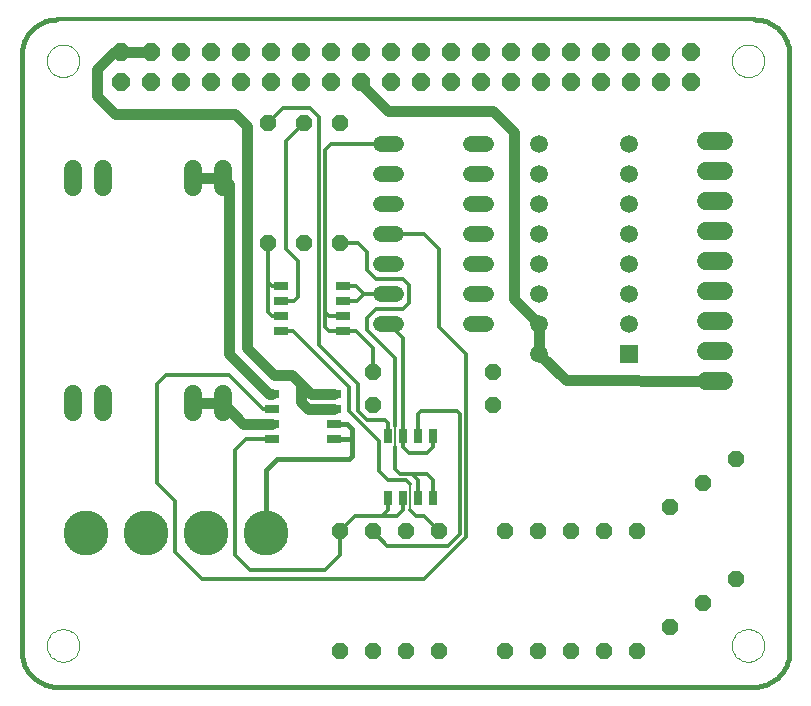
<source format=gtl>
G75*
%MOIN*%
%OFA0B0*%
%FSLAX24Y24*%
%IPPOS*%
%LPD*%
%AMOC8*
5,1,8,0,0,1.08239X$1,22.5*
%
%ADD10C,0.0160*%
%ADD11C,0.0120*%
%ADD12C,0.0000*%
%ADD13OC8,0.0600*%
%ADD14C,0.1500*%
%ADD15R,0.0590X0.0590*%
%ADD16C,0.0590*%
%ADD17OC8,0.0520*%
%ADD18C,0.0594*%
%ADD19C,0.0520*%
%ADD20R,0.0250X0.0500*%
%ADD21R,0.0500X0.0250*%
%ADD22C,0.0360*%
%ADD23C,0.0080*%
D10*
X001461Y000280D02*
X024689Y000280D01*
X024755Y000282D01*
X024821Y000287D01*
X024887Y000297D01*
X024952Y000310D01*
X025016Y000326D01*
X025079Y000346D01*
X025141Y000370D01*
X025201Y000397D01*
X025260Y000427D01*
X025317Y000461D01*
X025372Y000498D01*
X025425Y000538D01*
X025476Y000580D01*
X025524Y000626D01*
X025570Y000674D01*
X025612Y000725D01*
X025652Y000778D01*
X025689Y000833D01*
X025723Y000890D01*
X025753Y000949D01*
X025780Y001009D01*
X025804Y001071D01*
X025824Y001134D01*
X025840Y001198D01*
X025853Y001263D01*
X025863Y001329D01*
X025868Y001395D01*
X025870Y001461D01*
X025871Y001461D02*
X025871Y021343D01*
X025870Y021343D02*
X025868Y021409D01*
X025863Y021475D01*
X025853Y021541D01*
X025840Y021606D01*
X025824Y021670D01*
X025804Y021733D01*
X025780Y021795D01*
X025753Y021855D01*
X025723Y021914D01*
X025689Y021971D01*
X025652Y022026D01*
X025612Y022079D01*
X025570Y022130D01*
X025524Y022178D01*
X025476Y022224D01*
X025425Y022266D01*
X025372Y022306D01*
X025317Y022343D01*
X025260Y022377D01*
X025201Y022407D01*
X025141Y022434D01*
X025079Y022458D01*
X025016Y022478D01*
X024952Y022494D01*
X024887Y022507D01*
X024821Y022517D01*
X024755Y022522D01*
X024689Y022524D01*
X011116Y009044D02*
X010703Y009044D01*
X011116Y009044D02*
X011280Y008880D01*
X011280Y008580D01*
X011244Y008544D01*
X010703Y008544D01*
X011280Y008580D02*
X011280Y007980D01*
X011180Y007880D01*
X008780Y007880D01*
X008406Y007506D01*
X008406Y005406D01*
X001461Y000280D02*
X001395Y000282D01*
X001329Y000287D01*
X001263Y000297D01*
X001198Y000310D01*
X001134Y000326D01*
X001071Y000346D01*
X001009Y000370D01*
X000949Y000397D01*
X000890Y000427D01*
X000833Y000461D01*
X000778Y000498D01*
X000725Y000538D01*
X000674Y000580D01*
X000626Y000626D01*
X000580Y000674D01*
X000538Y000725D01*
X000498Y000778D01*
X000461Y000833D01*
X000427Y000890D01*
X000397Y000949D01*
X000370Y001009D01*
X000346Y001071D01*
X000326Y001134D01*
X000310Y001198D01*
X000297Y001263D01*
X000287Y001329D01*
X000282Y001395D01*
X000280Y001461D01*
X000280Y021343D01*
X000282Y021409D01*
X000287Y021475D01*
X000297Y021541D01*
X000310Y021606D01*
X000326Y021670D01*
X000346Y021733D01*
X000370Y021795D01*
X000397Y021855D01*
X000427Y021914D01*
X000461Y021971D01*
X000498Y022026D01*
X000538Y022079D01*
X000580Y022130D01*
X000626Y022178D01*
X000674Y022224D01*
X000725Y022266D01*
X000778Y022306D01*
X000833Y022343D01*
X000890Y022377D01*
X000949Y022407D01*
X001009Y022434D01*
X001071Y022458D01*
X001134Y022478D01*
X001198Y022494D01*
X001263Y022507D01*
X001329Y022517D01*
X001395Y022522D01*
X001461Y022524D01*
D11*
X024689Y022524D01*
X014180Y014880D02*
X013680Y015380D01*
X012510Y015380D01*
X011780Y014780D02*
X011480Y015080D01*
X010880Y015080D01*
X011780Y014780D02*
X011780Y014180D01*
X012080Y013880D01*
X012980Y013880D01*
X013180Y013680D01*
X013180Y013080D01*
X012980Y012880D01*
X012080Y012880D01*
X011780Y012580D01*
X011780Y012180D01*
X012730Y011230D01*
X012730Y008980D01*
X012480Y009080D02*
X012380Y009180D01*
X011780Y009180D01*
X011480Y009480D01*
X011480Y010380D01*
X010180Y011680D01*
X010180Y019280D01*
X009880Y019580D01*
X008980Y019580D01*
X008480Y019080D01*
X009080Y018480D02*
X009680Y019080D01*
X009080Y018480D02*
X009080Y014880D01*
X009480Y014480D01*
X009480Y013280D01*
X009344Y013144D01*
X008936Y013144D01*
X008936Y013644D02*
X008616Y013644D01*
X008480Y013780D01*
X008480Y012780D01*
X008616Y012644D01*
X008936Y012644D01*
X008936Y012144D02*
X009316Y012144D01*
X011180Y010280D01*
X011180Y009480D01*
X012180Y008480D01*
X012180Y007480D01*
X012480Y007180D01*
X013080Y007180D01*
X013230Y007030D01*
X013487Y007173D02*
X013280Y007380D01*
X012880Y007380D01*
X012730Y007530D01*
X012730Y008280D01*
X012987Y008273D02*
X012987Y008625D01*
X012987Y011903D01*
X012510Y012380D01*
X011980Y011580D02*
X011416Y012144D01*
X011003Y012144D01*
X010516Y012144D01*
X010380Y012280D01*
X010380Y012780D01*
X010516Y012644D01*
X011003Y012644D01*
X011003Y013144D02*
X011444Y013144D01*
X011680Y013380D01*
X011416Y013644D01*
X011003Y013644D01*
X011680Y013380D02*
X012510Y013380D01*
X014180Y012280D02*
X014180Y014880D01*
X014180Y012280D02*
X015080Y011380D01*
X015080Y005280D01*
X013680Y003880D01*
X006280Y003880D01*
X005380Y004780D01*
X005380Y006480D01*
X004780Y007080D01*
X004780Y010380D01*
X005080Y010680D01*
X007180Y010680D01*
X008316Y009544D01*
X008636Y009544D01*
X008636Y008544D02*
X007744Y008544D01*
X007380Y008180D01*
X007380Y004680D01*
X007880Y004180D01*
X010380Y004180D01*
X010880Y004680D01*
X010880Y005460D01*
X011400Y005980D01*
X012280Y005980D01*
X012780Y005980D01*
X012987Y006187D01*
X012987Y006558D01*
X013230Y006180D02*
X013430Y005980D01*
X013680Y005980D01*
X014180Y005480D01*
X014180Y005460D01*
X014480Y004980D02*
X014880Y005380D01*
X014880Y009380D01*
X014780Y009480D01*
X013580Y009480D01*
X013480Y009380D01*
X013480Y008632D01*
X013487Y008625D01*
X013987Y008625D02*
X013987Y008287D01*
X013780Y008080D01*
X013180Y008080D01*
X012987Y008273D01*
X012487Y008625D02*
X012480Y008632D01*
X012480Y009080D01*
X013280Y007380D02*
X013780Y007380D01*
X013987Y007173D01*
X013987Y006558D01*
X013487Y006558D02*
X013487Y007173D01*
X012487Y006558D02*
X012487Y006187D01*
X012280Y005980D01*
X011980Y005460D02*
X012460Y004980D01*
X014480Y004980D01*
X011980Y010780D02*
X011980Y011580D01*
X010380Y012780D02*
X010380Y018180D01*
X010580Y018380D01*
X012510Y018380D01*
X008480Y015080D02*
X008480Y013780D01*
D12*
X001117Y021146D02*
X001119Y021192D01*
X001125Y021237D01*
X001134Y021282D01*
X001148Y021326D01*
X001165Y021369D01*
X001186Y021410D01*
X001210Y021449D01*
X001237Y021486D01*
X001267Y021520D01*
X001301Y021552D01*
X001336Y021581D01*
X001374Y021607D01*
X001414Y021629D01*
X001456Y021648D01*
X001500Y021663D01*
X001544Y021675D01*
X001589Y021683D01*
X001635Y021687D01*
X001681Y021687D01*
X001727Y021683D01*
X001772Y021675D01*
X001816Y021663D01*
X001860Y021648D01*
X001902Y021629D01*
X001942Y021607D01*
X001980Y021581D01*
X002015Y021552D01*
X002049Y021520D01*
X002079Y021486D01*
X002106Y021449D01*
X002130Y021410D01*
X002151Y021369D01*
X002168Y021326D01*
X002182Y021282D01*
X002191Y021237D01*
X002197Y021192D01*
X002199Y021146D01*
X002197Y021100D01*
X002191Y021055D01*
X002182Y021010D01*
X002168Y020966D01*
X002151Y020923D01*
X002130Y020882D01*
X002106Y020843D01*
X002079Y020806D01*
X002049Y020772D01*
X002015Y020740D01*
X001980Y020711D01*
X001942Y020685D01*
X001902Y020663D01*
X001860Y020644D01*
X001816Y020629D01*
X001772Y020617D01*
X001727Y020609D01*
X001681Y020605D01*
X001635Y020605D01*
X001589Y020609D01*
X001544Y020617D01*
X001500Y020629D01*
X001456Y020644D01*
X001414Y020663D01*
X001374Y020685D01*
X001336Y020711D01*
X001301Y020740D01*
X001267Y020772D01*
X001237Y020806D01*
X001210Y020843D01*
X001186Y020882D01*
X001165Y020923D01*
X001148Y020966D01*
X001134Y021010D01*
X001125Y021055D01*
X001119Y021100D01*
X001117Y021146D01*
X001117Y001658D02*
X001119Y001704D01*
X001125Y001749D01*
X001134Y001794D01*
X001148Y001838D01*
X001165Y001881D01*
X001186Y001922D01*
X001210Y001961D01*
X001237Y001998D01*
X001267Y002032D01*
X001301Y002064D01*
X001336Y002093D01*
X001374Y002119D01*
X001414Y002141D01*
X001456Y002160D01*
X001500Y002175D01*
X001544Y002187D01*
X001589Y002195D01*
X001635Y002199D01*
X001681Y002199D01*
X001727Y002195D01*
X001772Y002187D01*
X001816Y002175D01*
X001860Y002160D01*
X001902Y002141D01*
X001942Y002119D01*
X001980Y002093D01*
X002015Y002064D01*
X002049Y002032D01*
X002079Y001998D01*
X002106Y001961D01*
X002130Y001922D01*
X002151Y001881D01*
X002168Y001838D01*
X002182Y001794D01*
X002191Y001749D01*
X002197Y001704D01*
X002199Y001658D01*
X002197Y001612D01*
X002191Y001567D01*
X002182Y001522D01*
X002168Y001478D01*
X002151Y001435D01*
X002130Y001394D01*
X002106Y001355D01*
X002079Y001318D01*
X002049Y001284D01*
X002015Y001252D01*
X001980Y001223D01*
X001942Y001197D01*
X001902Y001175D01*
X001860Y001156D01*
X001816Y001141D01*
X001772Y001129D01*
X001727Y001121D01*
X001681Y001117D01*
X001635Y001117D01*
X001589Y001121D01*
X001544Y001129D01*
X001500Y001141D01*
X001456Y001156D01*
X001414Y001175D01*
X001374Y001197D01*
X001336Y001223D01*
X001301Y001252D01*
X001267Y001284D01*
X001237Y001318D01*
X001210Y001355D01*
X001186Y001394D01*
X001165Y001435D01*
X001148Y001478D01*
X001134Y001522D01*
X001125Y001567D01*
X001119Y001612D01*
X001117Y001658D01*
X023952Y001658D02*
X023954Y001704D01*
X023960Y001749D01*
X023969Y001794D01*
X023983Y001838D01*
X024000Y001881D01*
X024021Y001922D01*
X024045Y001961D01*
X024072Y001998D01*
X024102Y002032D01*
X024136Y002064D01*
X024171Y002093D01*
X024209Y002119D01*
X024249Y002141D01*
X024291Y002160D01*
X024335Y002175D01*
X024379Y002187D01*
X024424Y002195D01*
X024470Y002199D01*
X024516Y002199D01*
X024562Y002195D01*
X024607Y002187D01*
X024651Y002175D01*
X024695Y002160D01*
X024737Y002141D01*
X024777Y002119D01*
X024815Y002093D01*
X024850Y002064D01*
X024884Y002032D01*
X024914Y001998D01*
X024941Y001961D01*
X024965Y001922D01*
X024986Y001881D01*
X025003Y001838D01*
X025017Y001794D01*
X025026Y001749D01*
X025032Y001704D01*
X025034Y001658D01*
X025032Y001612D01*
X025026Y001567D01*
X025017Y001522D01*
X025003Y001478D01*
X024986Y001435D01*
X024965Y001394D01*
X024941Y001355D01*
X024914Y001318D01*
X024884Y001284D01*
X024850Y001252D01*
X024815Y001223D01*
X024777Y001197D01*
X024737Y001175D01*
X024695Y001156D01*
X024651Y001141D01*
X024607Y001129D01*
X024562Y001121D01*
X024516Y001117D01*
X024470Y001117D01*
X024424Y001121D01*
X024379Y001129D01*
X024335Y001141D01*
X024291Y001156D01*
X024249Y001175D01*
X024209Y001197D01*
X024171Y001223D01*
X024136Y001252D01*
X024102Y001284D01*
X024072Y001318D01*
X024045Y001355D01*
X024021Y001394D01*
X024000Y001435D01*
X023983Y001478D01*
X023969Y001522D01*
X023960Y001567D01*
X023954Y001612D01*
X023952Y001658D01*
X023952Y021146D02*
X023954Y021192D01*
X023960Y021237D01*
X023969Y021282D01*
X023983Y021326D01*
X024000Y021369D01*
X024021Y021410D01*
X024045Y021449D01*
X024072Y021486D01*
X024102Y021520D01*
X024136Y021552D01*
X024171Y021581D01*
X024209Y021607D01*
X024249Y021629D01*
X024291Y021648D01*
X024335Y021663D01*
X024379Y021675D01*
X024424Y021683D01*
X024470Y021687D01*
X024516Y021687D01*
X024562Y021683D01*
X024607Y021675D01*
X024651Y021663D01*
X024695Y021648D01*
X024737Y021629D01*
X024777Y021607D01*
X024815Y021581D01*
X024850Y021552D01*
X024884Y021520D01*
X024914Y021486D01*
X024941Y021449D01*
X024965Y021410D01*
X024986Y021369D01*
X025003Y021326D01*
X025017Y021282D01*
X025026Y021237D01*
X025032Y021192D01*
X025034Y021146D01*
X025032Y021100D01*
X025026Y021055D01*
X025017Y021010D01*
X025003Y020966D01*
X024986Y020923D01*
X024965Y020882D01*
X024941Y020843D01*
X024914Y020806D01*
X024884Y020772D01*
X024850Y020740D01*
X024815Y020711D01*
X024777Y020685D01*
X024737Y020663D01*
X024695Y020644D01*
X024651Y020629D01*
X024607Y020617D01*
X024562Y020609D01*
X024516Y020605D01*
X024470Y020605D01*
X024424Y020609D01*
X024379Y020617D01*
X024335Y020629D01*
X024291Y020644D01*
X024249Y020663D01*
X024209Y020685D01*
X024171Y020711D01*
X024136Y020740D01*
X024102Y020772D01*
X024072Y020806D01*
X024045Y020843D01*
X024021Y020882D01*
X024000Y020923D01*
X023983Y020966D01*
X023969Y021010D01*
X023960Y021055D01*
X023954Y021100D01*
X023952Y021146D01*
D13*
X022575Y021449D03*
X022575Y020449D03*
X021575Y020449D03*
X020575Y020449D03*
X019575Y020449D03*
X018575Y020449D03*
X017575Y020449D03*
X016575Y020449D03*
X015575Y020449D03*
X014575Y020449D03*
X013575Y020449D03*
X012575Y020449D03*
X011575Y020449D03*
X010575Y020449D03*
X009575Y020449D03*
X008575Y020449D03*
X007575Y020449D03*
X006575Y020449D03*
X005575Y020449D03*
X004575Y020449D03*
X003575Y020449D03*
X003575Y021449D03*
X004575Y021449D03*
X005575Y021449D03*
X006575Y021449D03*
X007575Y021449D03*
X008575Y021449D03*
X009575Y021449D03*
X010575Y021449D03*
X011575Y021449D03*
X012575Y021449D03*
X013575Y021449D03*
X014575Y021449D03*
X015575Y021449D03*
X016575Y021449D03*
X017575Y021449D03*
X018575Y021449D03*
X019575Y021449D03*
X020575Y021449D03*
X021575Y021449D03*
D14*
X008406Y005406D03*
X006406Y005406D03*
X004406Y005406D03*
X002406Y005406D03*
D15*
X020516Y011385D03*
D16*
X020516Y012385D03*
X020516Y013385D03*
X020516Y014385D03*
X020516Y015385D03*
X020516Y016385D03*
X020516Y017385D03*
X020516Y018385D03*
X017516Y018385D03*
X017516Y017385D03*
X017516Y016385D03*
X017516Y015385D03*
X017516Y014385D03*
X017516Y013385D03*
X017516Y012385D03*
X017516Y011385D03*
D17*
X015980Y010780D03*
X015980Y009680D03*
X011980Y009680D03*
X011980Y010780D03*
X010880Y015080D03*
X009680Y015080D03*
X008480Y015080D03*
X008480Y019080D03*
X009680Y019080D03*
X010880Y019080D03*
X024080Y007880D03*
X022980Y007080D03*
X021880Y006280D03*
X020780Y005480D03*
X019680Y005480D03*
X018580Y005480D03*
X017480Y005480D03*
X016380Y005480D03*
X014180Y005460D03*
X013080Y005460D03*
X011980Y005460D03*
X010880Y005460D03*
X010880Y001460D03*
X011980Y001460D03*
X013080Y001460D03*
X014180Y001460D03*
X016380Y001480D03*
X017480Y001480D03*
X018580Y001480D03*
X019680Y001480D03*
X020780Y001480D03*
X021880Y002280D03*
X022980Y003080D03*
X024080Y003880D03*
D18*
X023677Y010480D02*
X023083Y010480D01*
X023083Y011480D02*
X023677Y011480D01*
X023677Y012480D02*
X023083Y012480D01*
X023083Y013480D02*
X023677Y013480D01*
X023677Y014480D02*
X023083Y014480D01*
X023083Y015480D02*
X023677Y015480D01*
X023677Y016480D02*
X023083Y016480D01*
X023083Y017480D02*
X023677Y017480D01*
X023677Y018480D02*
X023083Y018480D01*
X006974Y017530D02*
X006974Y016936D01*
X005974Y016936D02*
X005974Y017530D01*
X002974Y017530D02*
X002974Y016936D01*
X001974Y016936D02*
X001974Y017530D01*
X001974Y010030D02*
X001974Y009436D01*
X002974Y009436D02*
X002974Y010030D01*
X005974Y010030D02*
X005974Y009436D01*
X006974Y009436D02*
X006974Y010030D01*
D19*
X012250Y012380D02*
X012770Y012380D01*
X012770Y013380D02*
X012250Y013380D01*
X012250Y014380D02*
X012770Y014380D01*
X012770Y015380D02*
X012250Y015380D01*
X012250Y016380D02*
X012770Y016380D01*
X012770Y017380D02*
X012250Y017380D01*
X012250Y018380D02*
X012770Y018380D01*
X015250Y018380D02*
X015770Y018380D01*
X015770Y017380D02*
X015250Y017380D01*
X015250Y016380D02*
X015770Y016380D01*
X015770Y015380D02*
X015250Y015380D01*
X015250Y014380D02*
X015770Y014380D01*
X015770Y013380D02*
X015250Y013380D01*
X015250Y012380D02*
X015770Y012380D01*
D20*
X013987Y008625D03*
X013487Y008625D03*
X012987Y008625D03*
X012487Y008625D03*
X012487Y006558D03*
X012987Y006558D03*
X013487Y006558D03*
X013987Y006558D03*
D21*
X010703Y008544D03*
X010703Y009044D03*
X010703Y009544D03*
X010703Y010044D03*
X008636Y010044D03*
X008636Y009544D03*
X008636Y009044D03*
X008636Y008544D03*
X008936Y012144D03*
X008936Y012644D03*
X008936Y013144D03*
X008936Y013644D03*
X011003Y013644D03*
X011003Y013144D03*
X011003Y012644D03*
X011003Y012144D03*
D22*
X009280Y010680D02*
X008680Y010680D01*
X007780Y011580D01*
X007780Y018980D01*
X007380Y019380D01*
X003380Y019380D01*
X002780Y019980D01*
X002780Y020880D01*
X003349Y021449D01*
X004575Y021449D01*
X003575Y021449D01*
X005974Y017233D02*
X006974Y017233D01*
X007180Y017026D01*
X007180Y011380D01*
X008516Y010044D01*
X008636Y010044D01*
X009280Y010680D02*
X009580Y010380D01*
X009916Y010044D01*
X010703Y010044D01*
X010703Y009544D02*
X009816Y009544D01*
X009580Y009780D01*
X009580Y010380D01*
X008636Y009044D02*
X007663Y009044D01*
X006974Y009733D01*
X005974Y009733D01*
X016680Y013221D02*
X016680Y018780D01*
X015980Y019480D01*
X012480Y019480D01*
X011575Y020385D01*
X011575Y020449D01*
X016680Y013221D02*
X017516Y012385D01*
X017516Y011385D01*
X018408Y010493D01*
X023380Y010480D01*
D23*
X013230Y007030D02*
X013230Y006180D01*
X012730Y008280D02*
X012730Y008980D01*
M02*

</source>
